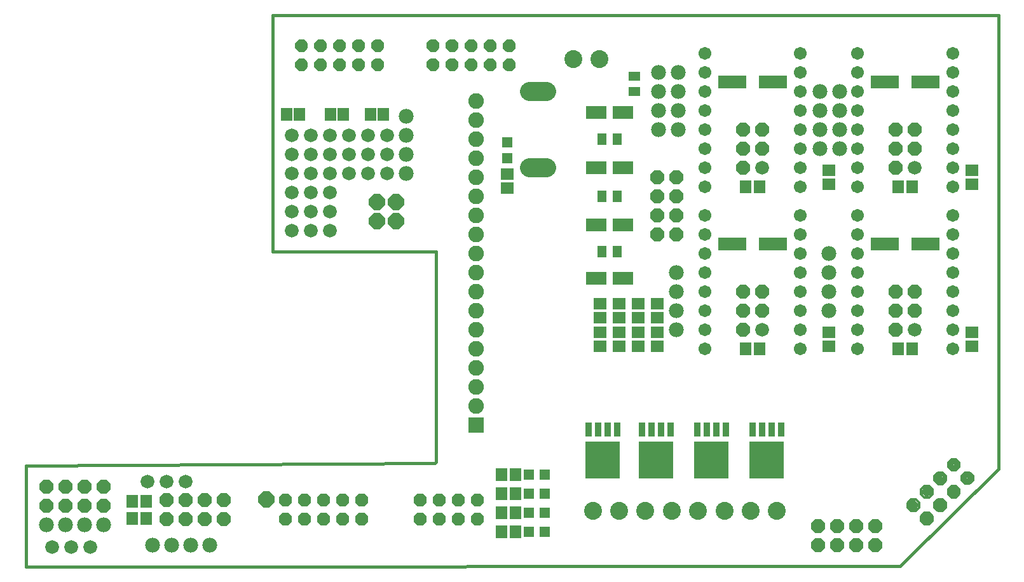
<source format=gts>
G75*
%MOIN*%
%OFA0B0*%
%FSLAX25Y25*%
%IPPOS*%
%LPD*%
%AMOC8*
5,1,8,0,0,1.08239X$1,22.5*
%
%ADD10C,0.01600*%
%ADD11C,0.01200*%
%ADD12OC8,0.06743*%
%ADD13R,0.08200X0.08200*%
%ADD14C,0.08200*%
%ADD15C,0.06743*%
%ADD16C,0.07800*%
%ADD17C,0.07200*%
%ADD18OC8,0.07200*%
%ADD19C,0.09400*%
%ADD20R,0.14580X0.07099*%
%ADD21R,0.05918X0.07099*%
%ADD22R,0.07099X0.05918*%
%ADD23R,0.05524X0.05524*%
%ADD24R,0.11036X0.07099*%
%ADD25R,0.05131X0.06312*%
%ADD26R,0.06312X0.05131*%
%ADD27OC8,0.07400*%
%ADD28R,0.05918X0.06706*%
%ADD29C,0.01349*%
%ADD30C,0.09855*%
%ADD31OC8,0.08400*%
%ADD32C,0.01480*%
%ADD33R,0.03556X0.07493*%
%ADD34R,0.18123X0.19304*%
D10*
X0002800Y0040700D02*
X0461300Y0041000D01*
X0464300Y0044000D01*
X0512800Y0092000D01*
X0512800Y0330000D01*
X0218800Y0330000D01*
X0218700Y0330000D02*
X0132300Y0330000D01*
X0132300Y0206000D01*
X0217900Y0206000D01*
X0217900Y0095600D01*
X0217200Y0094800D02*
X0002800Y0093500D01*
X0002800Y0040700D01*
D11*
X0217300Y0095000D02*
X0218300Y0096000D01*
D12*
X0219425Y0075625D03*
X0229425Y0075625D03*
X0239425Y0075625D03*
X0239425Y0065625D03*
X0229425Y0065625D03*
X0219425Y0065625D03*
X0209425Y0065625D03*
X0209425Y0075625D03*
X0178800Y0075625D03*
X0168800Y0075625D03*
X0158800Y0075625D03*
X0148800Y0075625D03*
X0138800Y0075625D03*
X0138800Y0065625D03*
X0148800Y0065625D03*
X0158800Y0065625D03*
X0168800Y0065625D03*
X0178800Y0065625D03*
D13*
X0238800Y0115000D03*
D14*
X0238800Y0125000D03*
X0238800Y0135000D03*
X0238800Y0145000D03*
X0238800Y0155000D03*
X0238800Y0165000D03*
X0238800Y0175000D03*
X0238800Y0185000D03*
X0238800Y0195000D03*
X0238800Y0205000D03*
X0238800Y0215000D03*
X0238800Y0225000D03*
X0238800Y0235000D03*
X0238800Y0245000D03*
X0238800Y0255000D03*
X0238800Y0265000D03*
X0238800Y0275000D03*
X0238800Y0285000D03*
D15*
X0358800Y0280000D03*
X0358800Y0270000D03*
X0358800Y0260000D03*
X0358800Y0250000D03*
X0358800Y0240000D03*
X0358800Y0225000D03*
X0358800Y0215000D03*
X0358800Y0205000D03*
X0358800Y0195000D03*
X0358800Y0185000D03*
X0358800Y0175000D03*
X0358800Y0165000D03*
X0358800Y0155000D03*
X0408800Y0155000D03*
X0408800Y0165000D03*
X0408800Y0175000D03*
X0408800Y0185000D03*
X0408800Y0195000D03*
X0408800Y0205000D03*
X0408800Y0215000D03*
X0408800Y0225000D03*
X0408800Y0240000D03*
X0408800Y0250000D03*
X0408800Y0260000D03*
X0408800Y0270000D03*
X0408800Y0280000D03*
X0408800Y0290000D03*
X0408800Y0300000D03*
X0408800Y0310000D03*
X0438800Y0310000D03*
X0438800Y0300000D03*
X0438800Y0290000D03*
X0438800Y0280000D03*
X0438800Y0270000D03*
X0438800Y0260000D03*
X0438800Y0250000D03*
X0438800Y0240000D03*
X0438800Y0225000D03*
X0438800Y0215000D03*
X0438800Y0205000D03*
X0438800Y0195000D03*
X0438800Y0185000D03*
X0438800Y0175000D03*
X0438800Y0165000D03*
X0438800Y0155000D03*
X0488800Y0155000D03*
X0488800Y0165000D03*
X0488800Y0175000D03*
X0488800Y0185000D03*
X0488800Y0195000D03*
X0488800Y0205000D03*
X0488800Y0215000D03*
X0488800Y0225000D03*
X0488800Y0240000D03*
X0488800Y0250000D03*
X0488800Y0260000D03*
X0488800Y0270000D03*
X0488800Y0280000D03*
X0488800Y0290000D03*
X0488800Y0300000D03*
X0488800Y0310000D03*
X0358800Y0310000D03*
X0358800Y0300000D03*
X0358800Y0290000D03*
D16*
X0344800Y0290000D03*
X0334700Y0290000D03*
X0334700Y0280000D03*
X0344800Y0280000D03*
X0344800Y0270000D03*
X0334700Y0270000D03*
X0334700Y0300000D03*
X0344800Y0300000D03*
X0419300Y0289800D03*
X0429400Y0289800D03*
X0429400Y0279800D03*
X0419300Y0279800D03*
X0419300Y0269800D03*
X0429400Y0269800D03*
X0429400Y0259800D03*
X0419300Y0259800D03*
X0423800Y0205000D03*
X0423800Y0195000D03*
X0423800Y0185000D03*
X0423800Y0175000D03*
X0343800Y0175000D03*
X0343800Y0165000D03*
X0343800Y0185000D03*
X0343800Y0195000D03*
X0202300Y0247100D03*
X0202300Y0257100D03*
X0202300Y0267100D03*
X0202300Y0277100D03*
X0043550Y0062650D03*
X0033550Y0062650D03*
X0023550Y0062650D03*
X0013550Y0062650D03*
X0069300Y0052000D03*
X0079300Y0052000D03*
X0089300Y0052000D03*
X0099300Y0052000D03*
D17*
X0086700Y0085400D03*
X0076700Y0085400D03*
X0066700Y0085400D03*
X0036700Y0050800D03*
X0026700Y0050800D03*
X0016700Y0050800D03*
X0142100Y0216800D03*
X0152100Y0216800D03*
X0162100Y0216800D03*
X0162100Y0226800D03*
X0152100Y0226800D03*
X0142100Y0226800D03*
X0142100Y0237000D03*
X0152100Y0237000D03*
X0162100Y0237000D03*
X0162100Y0247000D03*
X0152100Y0247000D03*
X0142100Y0247000D03*
X0142100Y0257000D03*
X0152100Y0257000D03*
X0162100Y0257000D03*
X0172100Y0257000D03*
X0182100Y0257000D03*
X0192300Y0257000D03*
X0192300Y0247000D03*
X0182100Y0247000D03*
X0172100Y0247000D03*
X0172100Y0267000D03*
X0182100Y0267000D03*
X0192300Y0267000D03*
X0162100Y0267000D03*
X0152100Y0267000D03*
X0142100Y0267000D03*
X0388800Y0250000D03*
X0468800Y0250000D03*
X0468800Y0165000D03*
X0388800Y0165000D03*
D18*
X0378800Y0165000D03*
X0378800Y0175000D03*
X0388800Y0175000D03*
X0388800Y0185000D03*
X0378800Y0185000D03*
X0458800Y0185000D03*
X0468800Y0185000D03*
X0468800Y0175000D03*
X0458800Y0175000D03*
X0458800Y0165000D03*
X0458800Y0250000D03*
X0458800Y0260000D03*
X0468800Y0260000D03*
X0468800Y0270000D03*
X0458800Y0270000D03*
X0388800Y0270000D03*
X0378800Y0270000D03*
X0378800Y0260000D03*
X0388800Y0260000D03*
X0378800Y0250000D03*
D19*
X0303493Y0307000D03*
X0289713Y0307000D03*
X0300107Y0070000D03*
X0313887Y0070000D03*
X0327707Y0070000D03*
X0341487Y0070000D03*
X0355307Y0070000D03*
X0369087Y0070000D03*
X0382907Y0070000D03*
X0396687Y0070000D03*
D20*
X0394430Y0210000D03*
X0373170Y0210000D03*
X0453170Y0210000D03*
X0474430Y0210000D03*
X0474430Y0295000D03*
X0453170Y0295000D03*
X0394430Y0295000D03*
X0373170Y0295000D03*
D21*
X0380060Y0240000D03*
X0387540Y0240000D03*
X0460060Y0240000D03*
X0467540Y0240000D03*
X0467540Y0155000D03*
X0460060Y0155000D03*
X0387540Y0155000D03*
X0380060Y0155000D03*
X0259540Y0089000D03*
X0252060Y0089000D03*
X0252060Y0079000D03*
X0259540Y0079000D03*
X0259540Y0069000D03*
X0252060Y0069000D03*
X0252060Y0059000D03*
X0259540Y0059000D03*
X0066040Y0066000D03*
X0058560Y0066000D03*
X0058560Y0075000D03*
X0066040Y0075000D03*
D22*
X0303800Y0156260D03*
X0313800Y0156260D03*
X0323800Y0156260D03*
X0333800Y0156260D03*
X0333800Y0163740D03*
X0333800Y0171260D03*
X0333800Y0178740D03*
X0323800Y0178740D03*
X0323800Y0171260D03*
X0323800Y0163740D03*
X0313800Y0163740D03*
X0313800Y0171260D03*
X0313800Y0178740D03*
X0303800Y0178740D03*
X0303800Y0171260D03*
X0303800Y0163740D03*
X0255300Y0239260D03*
X0255300Y0246740D03*
X0423800Y0248740D03*
X0423800Y0241260D03*
X0498800Y0241260D03*
X0498800Y0248740D03*
X0498800Y0163740D03*
X0498800Y0156260D03*
X0423800Y0156260D03*
X0423800Y0163740D03*
D23*
X0274934Y0089000D03*
X0266666Y0089000D03*
X0266666Y0079000D03*
X0274934Y0079000D03*
X0274934Y0069000D03*
X0266666Y0069000D03*
X0266666Y0059000D03*
X0274934Y0059000D03*
X0255300Y0254866D03*
X0255300Y0263134D03*
D24*
X0301713Y0250000D03*
X0315887Y0250000D03*
X0315887Y0279000D03*
X0301713Y0279000D03*
X0301713Y0220000D03*
X0315887Y0220000D03*
X0315887Y0192000D03*
X0301713Y0192000D03*
D25*
X0304863Y0206000D03*
X0312737Y0206000D03*
X0312737Y0235000D03*
X0304863Y0235000D03*
X0304863Y0265000D03*
X0312737Y0265000D03*
D26*
X0321800Y0290063D03*
X0321800Y0297937D03*
D27*
X0333800Y0245000D03*
X0343800Y0245000D03*
X0343800Y0235000D03*
X0333800Y0235000D03*
X0333800Y0225000D03*
X0343800Y0225000D03*
X0343800Y0215000D03*
X0333800Y0215000D03*
X0106400Y0075500D03*
X0096400Y0075500D03*
X0086400Y0075500D03*
X0076400Y0075500D03*
X0076400Y0065500D03*
X0086400Y0065500D03*
X0096400Y0065500D03*
X0106400Y0065500D03*
X0043600Y0072700D03*
X0033600Y0072700D03*
X0023600Y0072700D03*
X0013600Y0072700D03*
X0013600Y0082700D03*
X0023600Y0082700D03*
X0033600Y0082700D03*
X0043600Y0082700D03*
X0418300Y0062000D03*
X0428300Y0062000D03*
X0438300Y0062000D03*
X0448300Y0062000D03*
X0448300Y0052000D03*
X0438300Y0052000D03*
X0428300Y0052000D03*
X0418300Y0052000D03*
D28*
X0190246Y0278000D03*
X0183554Y0278000D03*
X0169246Y0278000D03*
X0162554Y0278000D03*
X0146246Y0278000D03*
X0139554Y0278000D03*
D29*
X0149332Y0303537D02*
X0150007Y0302862D01*
X0148430Y0301279D01*
X0146197Y0301276D01*
X0144614Y0302853D01*
X0144611Y0305086D01*
X0146188Y0306669D01*
X0148421Y0306672D01*
X0150004Y0305095D01*
X0150007Y0302862D01*
X0148996Y0303279D01*
X0148009Y0302290D01*
X0146614Y0302287D01*
X0145625Y0303274D01*
X0145622Y0304669D01*
X0146609Y0305658D01*
X0148004Y0305661D01*
X0148993Y0304674D01*
X0148996Y0303279D01*
X0147983Y0303697D01*
X0147589Y0303301D01*
X0147032Y0303300D01*
X0146636Y0303694D01*
X0146635Y0304251D01*
X0147029Y0304647D01*
X0147586Y0304648D01*
X0147982Y0304254D01*
X0147983Y0303697D01*
X0159332Y0303554D02*
X0160007Y0302879D01*
X0158430Y0301296D01*
X0156197Y0301293D01*
X0154614Y0302870D01*
X0154611Y0305103D01*
X0156188Y0306686D01*
X0158421Y0306689D01*
X0160004Y0305112D01*
X0160007Y0302879D01*
X0158996Y0303296D01*
X0158009Y0302307D01*
X0156614Y0302304D01*
X0155625Y0303291D01*
X0155622Y0304686D01*
X0156609Y0305675D01*
X0158004Y0305678D01*
X0158993Y0304691D01*
X0158996Y0303296D01*
X0157983Y0303714D01*
X0157589Y0303318D01*
X0157032Y0303317D01*
X0156636Y0303711D01*
X0156635Y0304268D01*
X0157029Y0304664D01*
X0157586Y0304665D01*
X0157982Y0304271D01*
X0157983Y0303714D01*
X0169332Y0303572D02*
X0170007Y0302897D01*
X0168430Y0301314D01*
X0166197Y0301311D01*
X0164614Y0302888D01*
X0164611Y0305121D01*
X0166188Y0306704D01*
X0168421Y0306707D01*
X0170004Y0305130D01*
X0170007Y0302897D01*
X0168996Y0303314D01*
X0168009Y0302325D01*
X0166614Y0302322D01*
X0165625Y0303309D01*
X0165622Y0304704D01*
X0166609Y0305693D01*
X0168004Y0305696D01*
X0168993Y0304709D01*
X0168996Y0303314D01*
X0167983Y0303732D01*
X0167589Y0303336D01*
X0167032Y0303335D01*
X0166636Y0303729D01*
X0166635Y0304286D01*
X0167029Y0304682D01*
X0167586Y0304683D01*
X0167982Y0304289D01*
X0167983Y0303732D01*
X0179332Y0303589D02*
X0180007Y0302914D01*
X0178430Y0301331D01*
X0176197Y0301328D01*
X0174614Y0302905D01*
X0174611Y0305138D01*
X0176188Y0306721D01*
X0178421Y0306724D01*
X0180004Y0305147D01*
X0180007Y0302914D01*
X0178996Y0303331D01*
X0178009Y0302342D01*
X0176614Y0302339D01*
X0175625Y0303326D01*
X0175622Y0304721D01*
X0176609Y0305710D01*
X0178004Y0305713D01*
X0178993Y0304726D01*
X0178996Y0303331D01*
X0177983Y0303749D01*
X0177589Y0303353D01*
X0177032Y0303352D01*
X0176636Y0303746D01*
X0176635Y0304303D01*
X0177029Y0304699D01*
X0177586Y0304700D01*
X0177982Y0304306D01*
X0177983Y0303749D01*
X0189332Y0303607D02*
X0190007Y0302932D01*
X0188430Y0301349D01*
X0186197Y0301346D01*
X0184614Y0302923D01*
X0184611Y0305156D01*
X0186188Y0306739D01*
X0188421Y0306742D01*
X0190004Y0305165D01*
X0190007Y0302932D01*
X0188996Y0303349D01*
X0188009Y0302360D01*
X0186614Y0302357D01*
X0185625Y0303344D01*
X0185622Y0304739D01*
X0186609Y0305728D01*
X0188004Y0305731D01*
X0188993Y0304744D01*
X0188996Y0303349D01*
X0187983Y0303767D01*
X0187589Y0303371D01*
X0187032Y0303370D01*
X0186636Y0303764D01*
X0186635Y0304321D01*
X0187029Y0304717D01*
X0187586Y0304718D01*
X0187982Y0304324D01*
X0187983Y0303767D01*
X0189314Y0313607D02*
X0189989Y0312932D01*
X0188412Y0311349D01*
X0186179Y0311346D01*
X0184596Y0312923D01*
X0184593Y0315156D01*
X0186170Y0316739D01*
X0188403Y0316742D01*
X0189986Y0315165D01*
X0189989Y0312932D01*
X0188978Y0313349D01*
X0187991Y0312360D01*
X0186596Y0312357D01*
X0185607Y0313344D01*
X0185604Y0314739D01*
X0186591Y0315728D01*
X0187986Y0315731D01*
X0188975Y0314744D01*
X0188978Y0313349D01*
X0187965Y0313767D01*
X0187571Y0313371D01*
X0187014Y0313370D01*
X0186618Y0313764D01*
X0186617Y0314321D01*
X0187011Y0314717D01*
X0187568Y0314718D01*
X0187964Y0314324D01*
X0187965Y0313767D01*
X0179314Y0313589D02*
X0179989Y0312914D01*
X0178412Y0311331D01*
X0176179Y0311328D01*
X0174596Y0312905D01*
X0174593Y0315138D01*
X0176170Y0316721D01*
X0178403Y0316724D01*
X0179986Y0315147D01*
X0179989Y0312914D01*
X0178978Y0313331D01*
X0177991Y0312342D01*
X0176596Y0312339D01*
X0175607Y0313326D01*
X0175604Y0314721D01*
X0176591Y0315710D01*
X0177986Y0315713D01*
X0178975Y0314726D01*
X0178978Y0313331D01*
X0177965Y0313749D01*
X0177571Y0313353D01*
X0177014Y0313352D01*
X0176618Y0313746D01*
X0176617Y0314303D01*
X0177011Y0314699D01*
X0177568Y0314700D01*
X0177964Y0314306D01*
X0177965Y0313749D01*
X0169314Y0313572D02*
X0169989Y0312897D01*
X0168412Y0311314D01*
X0166179Y0311311D01*
X0164596Y0312888D01*
X0164593Y0315121D01*
X0166170Y0316704D01*
X0168403Y0316707D01*
X0169986Y0315130D01*
X0169989Y0312897D01*
X0168978Y0313314D01*
X0167991Y0312325D01*
X0166596Y0312322D01*
X0165607Y0313309D01*
X0165604Y0314704D01*
X0166591Y0315693D01*
X0167986Y0315696D01*
X0168975Y0314709D01*
X0168978Y0313314D01*
X0167965Y0313732D01*
X0167571Y0313336D01*
X0167014Y0313335D01*
X0166618Y0313729D01*
X0166617Y0314286D01*
X0167011Y0314682D01*
X0167568Y0314683D01*
X0167964Y0314289D01*
X0167965Y0313732D01*
X0159314Y0313554D02*
X0159989Y0312879D01*
X0158412Y0311296D01*
X0156179Y0311293D01*
X0154596Y0312870D01*
X0154593Y0315103D01*
X0156170Y0316686D01*
X0158403Y0316689D01*
X0159986Y0315112D01*
X0159989Y0312879D01*
X0158978Y0313296D01*
X0157991Y0312307D01*
X0156596Y0312304D01*
X0155607Y0313291D01*
X0155604Y0314686D01*
X0156591Y0315675D01*
X0157986Y0315678D01*
X0158975Y0314691D01*
X0158978Y0313296D01*
X0157965Y0313714D01*
X0157571Y0313318D01*
X0157014Y0313317D01*
X0156618Y0313711D01*
X0156617Y0314268D01*
X0157011Y0314664D01*
X0157568Y0314665D01*
X0157964Y0314271D01*
X0157965Y0313714D01*
X0149314Y0313537D02*
X0149989Y0312862D01*
X0148412Y0311279D01*
X0146179Y0311276D01*
X0144596Y0312853D01*
X0144593Y0315086D01*
X0146170Y0316669D01*
X0148403Y0316672D01*
X0149986Y0315095D01*
X0149989Y0312862D01*
X0148978Y0313279D01*
X0147991Y0312290D01*
X0146596Y0312287D01*
X0145607Y0313274D01*
X0145604Y0314669D01*
X0146591Y0315658D01*
X0147986Y0315661D01*
X0148975Y0314674D01*
X0148978Y0313279D01*
X0147965Y0313697D01*
X0147571Y0313301D01*
X0147014Y0313300D01*
X0146618Y0313694D01*
X0146617Y0314251D01*
X0147011Y0314647D01*
X0147568Y0314648D01*
X0147964Y0314254D01*
X0147965Y0313697D01*
X0218342Y0313622D02*
X0219017Y0312947D01*
X0217428Y0311376D01*
X0215195Y0311387D01*
X0213624Y0312976D01*
X0213635Y0315209D01*
X0215224Y0316780D01*
X0217457Y0316769D01*
X0219028Y0315180D01*
X0219017Y0312947D01*
X0218008Y0313372D01*
X0217015Y0312389D01*
X0215620Y0312396D01*
X0214637Y0313389D01*
X0214644Y0314784D01*
X0215637Y0315767D01*
X0217032Y0315760D01*
X0218015Y0314767D01*
X0218008Y0313372D01*
X0216998Y0313796D01*
X0216601Y0313403D01*
X0216044Y0313406D01*
X0215651Y0313803D01*
X0215654Y0314360D01*
X0216051Y0314753D01*
X0216608Y0314750D01*
X0217001Y0314353D01*
X0216998Y0313796D01*
X0228342Y0313570D02*
X0229017Y0312895D01*
X0227428Y0311324D01*
X0225195Y0311335D01*
X0223624Y0312924D01*
X0223635Y0315157D01*
X0225224Y0316728D01*
X0227457Y0316717D01*
X0229028Y0315128D01*
X0229017Y0312895D01*
X0228008Y0313320D01*
X0227015Y0312337D01*
X0225620Y0312344D01*
X0224637Y0313337D01*
X0224644Y0314732D01*
X0225637Y0315715D01*
X0227032Y0315708D01*
X0228015Y0314715D01*
X0228008Y0313320D01*
X0226998Y0313744D01*
X0226601Y0313351D01*
X0226044Y0313354D01*
X0225651Y0313751D01*
X0225654Y0314308D01*
X0226051Y0314701D01*
X0226608Y0314698D01*
X0227001Y0314301D01*
X0226998Y0313744D01*
X0238342Y0313518D02*
X0239017Y0312843D01*
X0237428Y0311272D01*
X0235195Y0311283D01*
X0233624Y0312872D01*
X0233635Y0315105D01*
X0235224Y0316676D01*
X0237457Y0316665D01*
X0239028Y0315076D01*
X0239017Y0312843D01*
X0238008Y0313268D01*
X0237015Y0312285D01*
X0235620Y0312292D01*
X0234637Y0313285D01*
X0234644Y0314680D01*
X0235637Y0315663D01*
X0237032Y0315656D01*
X0238015Y0314663D01*
X0238008Y0313268D01*
X0236998Y0313692D01*
X0236601Y0313299D01*
X0236044Y0313302D01*
X0235651Y0313699D01*
X0235654Y0314256D01*
X0236051Y0314649D01*
X0236608Y0314646D01*
X0237001Y0314249D01*
X0236998Y0313692D01*
X0248342Y0313465D02*
X0249017Y0312790D01*
X0247428Y0311219D01*
X0245195Y0311230D01*
X0243624Y0312819D01*
X0243635Y0315052D01*
X0245224Y0316623D01*
X0247457Y0316612D01*
X0249028Y0315023D01*
X0249017Y0312790D01*
X0248008Y0313215D01*
X0247015Y0312232D01*
X0245620Y0312239D01*
X0244637Y0313232D01*
X0244644Y0314627D01*
X0245637Y0315610D01*
X0247032Y0315603D01*
X0248015Y0314610D01*
X0248008Y0313215D01*
X0246998Y0313639D01*
X0246601Y0313246D01*
X0246044Y0313249D01*
X0245651Y0313646D01*
X0245654Y0314203D01*
X0246051Y0314596D01*
X0246608Y0314593D01*
X0247001Y0314196D01*
X0246998Y0313639D01*
X0258342Y0313413D02*
X0259017Y0312738D01*
X0257428Y0311167D01*
X0255195Y0311178D01*
X0253624Y0312767D01*
X0253635Y0315000D01*
X0255224Y0316571D01*
X0257457Y0316560D01*
X0259028Y0314971D01*
X0259017Y0312738D01*
X0258008Y0313163D01*
X0257015Y0312180D01*
X0255620Y0312187D01*
X0254637Y0313180D01*
X0254644Y0314575D01*
X0255637Y0315558D01*
X0257032Y0315551D01*
X0258015Y0314558D01*
X0258008Y0313163D01*
X0256998Y0313587D01*
X0256601Y0313194D01*
X0256044Y0313197D01*
X0255651Y0313594D01*
X0255654Y0314151D01*
X0256051Y0314544D01*
X0256608Y0314541D01*
X0257001Y0314144D01*
X0256998Y0313587D01*
X0258289Y0303413D02*
X0258964Y0302738D01*
X0257375Y0301167D01*
X0255142Y0301178D01*
X0253571Y0302767D01*
X0253582Y0305000D01*
X0255171Y0306571D01*
X0257404Y0306560D01*
X0258975Y0304971D01*
X0258964Y0302738D01*
X0257955Y0303163D01*
X0256962Y0302180D01*
X0255567Y0302187D01*
X0254584Y0303180D01*
X0254591Y0304575D01*
X0255584Y0305558D01*
X0256979Y0305551D01*
X0257962Y0304558D01*
X0257955Y0303163D01*
X0256945Y0303587D01*
X0256548Y0303194D01*
X0255991Y0303197D01*
X0255598Y0303594D01*
X0255601Y0304151D01*
X0255998Y0304544D01*
X0256555Y0304541D01*
X0256948Y0304144D01*
X0256945Y0303587D01*
X0248290Y0303466D02*
X0248965Y0302791D01*
X0247376Y0301220D01*
X0245143Y0301231D01*
X0243572Y0302820D01*
X0243583Y0305053D01*
X0245172Y0306624D01*
X0247405Y0306613D01*
X0248976Y0305024D01*
X0248965Y0302791D01*
X0247956Y0303216D01*
X0246963Y0302233D01*
X0245568Y0302240D01*
X0244585Y0303233D01*
X0244592Y0304628D01*
X0245585Y0305611D01*
X0246980Y0305604D01*
X0247963Y0304611D01*
X0247956Y0303216D01*
X0246946Y0303640D01*
X0246549Y0303247D01*
X0245992Y0303250D01*
X0245599Y0303647D01*
X0245602Y0304204D01*
X0245999Y0304597D01*
X0246556Y0304594D01*
X0246949Y0304197D01*
X0246946Y0303640D01*
X0238290Y0303518D02*
X0238965Y0302843D01*
X0237376Y0301272D01*
X0235143Y0301283D01*
X0233572Y0302872D01*
X0233583Y0305105D01*
X0235172Y0306676D01*
X0237405Y0306665D01*
X0238976Y0305076D01*
X0238965Y0302843D01*
X0237956Y0303268D01*
X0236963Y0302285D01*
X0235568Y0302292D01*
X0234585Y0303285D01*
X0234592Y0304680D01*
X0235585Y0305663D01*
X0236980Y0305656D01*
X0237963Y0304663D01*
X0237956Y0303268D01*
X0236946Y0303692D01*
X0236549Y0303299D01*
X0235992Y0303302D01*
X0235599Y0303699D01*
X0235602Y0304256D01*
X0235999Y0304649D01*
X0236556Y0304646D01*
X0236949Y0304249D01*
X0236946Y0303692D01*
X0228290Y0303570D02*
X0228965Y0302895D01*
X0227376Y0301324D01*
X0225143Y0301335D01*
X0223572Y0302924D01*
X0223583Y0305157D01*
X0225172Y0306728D01*
X0227405Y0306717D01*
X0228976Y0305128D01*
X0228965Y0302895D01*
X0227956Y0303320D01*
X0226963Y0302337D01*
X0225568Y0302344D01*
X0224585Y0303337D01*
X0224592Y0304732D01*
X0225585Y0305715D01*
X0226980Y0305708D01*
X0227963Y0304715D01*
X0227956Y0303320D01*
X0226946Y0303744D01*
X0226549Y0303351D01*
X0225992Y0303354D01*
X0225599Y0303751D01*
X0225602Y0304308D01*
X0225999Y0304701D01*
X0226556Y0304698D01*
X0226949Y0304301D01*
X0226946Y0303744D01*
X0218290Y0303623D02*
X0218965Y0302948D01*
X0217376Y0301377D01*
X0215143Y0301388D01*
X0213572Y0302977D01*
X0213583Y0305210D01*
X0215172Y0306781D01*
X0217405Y0306770D01*
X0218976Y0305181D01*
X0218965Y0302948D01*
X0217956Y0303373D01*
X0216963Y0302390D01*
X0215568Y0302397D01*
X0214585Y0303390D01*
X0214592Y0304785D01*
X0215585Y0305768D01*
X0216980Y0305761D01*
X0217963Y0304768D01*
X0217956Y0303373D01*
X0216946Y0303797D01*
X0216549Y0303404D01*
X0215992Y0303407D01*
X0215599Y0303804D01*
X0215602Y0304361D01*
X0215999Y0304754D01*
X0216556Y0304751D01*
X0216949Y0304354D01*
X0216946Y0303797D01*
D30*
X0266772Y0290000D02*
X0275828Y0290000D01*
X0275828Y0250000D02*
X0266772Y0250000D01*
D31*
X0196900Y0232000D03*
X0186900Y0232000D03*
X0186900Y0222000D03*
X0196900Y0222000D03*
X0128900Y0075800D03*
D32*
X0465953Y0072413D02*
X0465213Y0071673D01*
X0465208Y0074124D01*
X0466939Y0075861D01*
X0469390Y0075866D01*
X0471127Y0074135D01*
X0471132Y0071684D01*
X0469401Y0069947D01*
X0466950Y0069942D01*
X0465213Y0071673D01*
X0466322Y0072135D01*
X0466319Y0073667D01*
X0467401Y0074752D01*
X0468933Y0074755D01*
X0470018Y0073673D01*
X0470021Y0072141D01*
X0468939Y0071056D01*
X0467407Y0071053D01*
X0466322Y0072135D01*
X0467431Y0072596D01*
X0467430Y0073209D01*
X0467862Y0073643D01*
X0468475Y0073644D01*
X0468909Y0073212D01*
X0468910Y0072599D01*
X0468478Y0072165D01*
X0467865Y0072164D01*
X0467431Y0072596D01*
X0473037Y0065355D02*
X0472297Y0064615D01*
X0472292Y0067066D01*
X0474023Y0068803D01*
X0476474Y0068808D01*
X0478211Y0067077D01*
X0478216Y0064626D01*
X0476485Y0062889D01*
X0474034Y0062884D01*
X0472297Y0064615D01*
X0473406Y0065077D01*
X0473403Y0066609D01*
X0474485Y0067694D01*
X0476017Y0067697D01*
X0477102Y0066615D01*
X0477105Y0065083D01*
X0476023Y0063998D01*
X0474491Y0063995D01*
X0473406Y0065077D01*
X0474515Y0065538D01*
X0474514Y0066151D01*
X0474946Y0066585D01*
X0475559Y0066586D01*
X0475993Y0066154D01*
X0475994Y0065541D01*
X0475562Y0065107D01*
X0474949Y0065106D01*
X0474515Y0065538D01*
X0480095Y0072438D02*
X0479355Y0071698D01*
X0479350Y0074149D01*
X0481081Y0075886D01*
X0483532Y0075891D01*
X0485269Y0074160D01*
X0485274Y0071709D01*
X0483543Y0069972D01*
X0481092Y0069967D01*
X0479355Y0071698D01*
X0480464Y0072160D01*
X0480461Y0073692D01*
X0481543Y0074777D01*
X0483075Y0074780D01*
X0484160Y0073698D01*
X0484163Y0072166D01*
X0483081Y0071081D01*
X0481549Y0071078D01*
X0480464Y0072160D01*
X0481573Y0072621D01*
X0481572Y0073234D01*
X0482004Y0073668D01*
X0482617Y0073669D01*
X0483051Y0073237D01*
X0483052Y0072624D01*
X0482620Y0072190D01*
X0482007Y0072189D01*
X0481573Y0072621D01*
X0473012Y0079497D02*
X0472272Y0078757D01*
X0472267Y0081208D01*
X0473998Y0082945D01*
X0476449Y0082950D01*
X0478186Y0081219D01*
X0478191Y0078768D01*
X0476460Y0077031D01*
X0474009Y0077026D01*
X0472272Y0078757D01*
X0473381Y0079219D01*
X0473378Y0080751D01*
X0474460Y0081836D01*
X0475992Y0081839D01*
X0477077Y0080757D01*
X0477080Y0079225D01*
X0475998Y0078140D01*
X0474466Y0078137D01*
X0473381Y0079219D01*
X0474490Y0079680D01*
X0474489Y0080293D01*
X0474921Y0080727D01*
X0475534Y0080728D01*
X0475968Y0080296D01*
X0475969Y0079683D01*
X0475537Y0079249D01*
X0474924Y0079248D01*
X0474490Y0079680D01*
X0480071Y0086580D02*
X0479331Y0085840D01*
X0479326Y0088291D01*
X0481057Y0090028D01*
X0483508Y0090033D01*
X0485245Y0088302D01*
X0485250Y0085851D01*
X0483519Y0084114D01*
X0481068Y0084109D01*
X0479331Y0085840D01*
X0480440Y0086302D01*
X0480437Y0087834D01*
X0481519Y0088919D01*
X0483051Y0088922D01*
X0484136Y0087840D01*
X0484139Y0086308D01*
X0483057Y0085223D01*
X0481525Y0085220D01*
X0480440Y0086302D01*
X0481549Y0086763D01*
X0481548Y0087376D01*
X0481980Y0087810D01*
X0482593Y0087811D01*
X0483027Y0087379D01*
X0483028Y0086766D01*
X0482596Y0086332D01*
X0481983Y0086331D01*
X0481549Y0086763D01*
X0487154Y0079521D02*
X0486414Y0078781D01*
X0486409Y0081232D01*
X0488140Y0082969D01*
X0490591Y0082974D01*
X0492328Y0081243D01*
X0492333Y0078792D01*
X0490602Y0077055D01*
X0488151Y0077050D01*
X0486414Y0078781D01*
X0487523Y0079243D01*
X0487520Y0080775D01*
X0488602Y0081860D01*
X0490134Y0081863D01*
X0491219Y0080781D01*
X0491222Y0079249D01*
X0490140Y0078164D01*
X0488608Y0078161D01*
X0487523Y0079243D01*
X0488632Y0079704D01*
X0488631Y0080317D01*
X0489063Y0080751D01*
X0489676Y0080752D01*
X0490110Y0080320D01*
X0490111Y0079707D01*
X0489679Y0079273D01*
X0489066Y0079272D01*
X0488632Y0079704D01*
X0494213Y0086605D02*
X0493473Y0085865D01*
X0493468Y0088316D01*
X0495199Y0090053D01*
X0497650Y0090058D01*
X0499387Y0088327D01*
X0499392Y0085876D01*
X0497661Y0084139D01*
X0495210Y0084134D01*
X0493473Y0085865D01*
X0494582Y0086327D01*
X0494579Y0087859D01*
X0495661Y0088944D01*
X0497193Y0088947D01*
X0498278Y0087865D01*
X0498281Y0086333D01*
X0497199Y0085248D01*
X0495667Y0085245D01*
X0494582Y0086327D01*
X0495691Y0086788D01*
X0495690Y0087401D01*
X0496122Y0087835D01*
X0496735Y0087836D01*
X0497169Y0087404D01*
X0497170Y0086791D01*
X0496738Y0086357D01*
X0496125Y0086356D01*
X0495691Y0086788D01*
X0487129Y0093663D02*
X0486389Y0092923D01*
X0486384Y0095374D01*
X0488115Y0097111D01*
X0490566Y0097116D01*
X0492303Y0095385D01*
X0492308Y0092934D01*
X0490577Y0091197D01*
X0488126Y0091192D01*
X0486389Y0092923D01*
X0487498Y0093385D01*
X0487495Y0094917D01*
X0488577Y0096002D01*
X0490109Y0096005D01*
X0491194Y0094923D01*
X0491197Y0093391D01*
X0490115Y0092306D01*
X0488583Y0092303D01*
X0487498Y0093385D01*
X0488607Y0093846D01*
X0488606Y0094459D01*
X0489038Y0094893D01*
X0489651Y0094894D01*
X0490085Y0094462D01*
X0490086Y0093849D01*
X0489654Y0093415D01*
X0489041Y0093414D01*
X0488607Y0093846D01*
D33*
X0398800Y0112575D03*
X0393800Y0112575D03*
X0388800Y0112575D03*
X0383800Y0112575D03*
X0369800Y0112575D03*
X0364800Y0112575D03*
X0359800Y0112575D03*
X0354800Y0112575D03*
X0340800Y0112575D03*
X0335800Y0112575D03*
X0330800Y0112575D03*
X0325800Y0112575D03*
X0312800Y0112575D03*
X0307800Y0112575D03*
X0302800Y0112575D03*
X0297800Y0112575D03*
D34*
X0305300Y0096669D03*
X0333300Y0096669D03*
X0362300Y0096669D03*
X0391300Y0096669D03*
M02*

</source>
